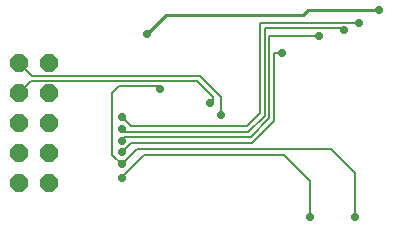
<source format=gbl>
G04 EAGLE Gerber RS-274X export*
G75*
%MOMM*%
%FSLAX34Y34*%
%LPD*%
%INBottom Copper*%
%IPPOS*%
%AMOC8*
5,1,8,0,0,1.08239X$1,22.5*%
G01*
%ADD10P,1.640903X8X112.500000*%
%ADD11P,0.703554X8X22.500000*%
%ADD12C,0.254000*%
%ADD13C,0.152400*%


D10*
X14970Y56970D03*
X40370Y56970D03*
X14970Y82370D03*
X40370Y82370D03*
X14970Y107770D03*
X40370Y107770D03*
X14970Y133170D03*
X40370Y133170D03*
X14970Y158570D03*
X40370Y158570D03*
D11*
X320000Y204000D03*
X123000Y183000D03*
D12*
X139000Y199000D01*
X260000Y204000D02*
X320000Y204000D01*
X260000Y204000D02*
X255000Y199000D01*
X139000Y199000D01*
D11*
X177000Y125000D03*
D13*
X179000Y127000D01*
X179000Y130000D01*
X165524Y143476D01*
X25276Y143476D02*
X14970Y133170D01*
X25276Y143476D02*
X165524Y143476D01*
D11*
X186000Y115000D03*
D13*
X186000Y130000D01*
X168000Y148000D01*
X25540Y148000D02*
X14970Y158570D01*
X25540Y148000D02*
X168000Y148000D01*
D11*
X102000Y73000D03*
D13*
X115000Y86000D01*
D11*
X299000Y28000D03*
D13*
X299000Y66000D01*
X279000Y86000D01*
X115000Y86000D01*
X102000Y73000D02*
X94000Y81000D01*
X94000Y133000D01*
X100000Y139000D01*
X132000Y139000D01*
X134000Y137000D01*
D11*
X134000Y137000D03*
X102000Y113000D03*
D13*
X219000Y193000D02*
X303000Y193000D01*
D11*
X303000Y193000D03*
D13*
X110000Y105000D02*
X102000Y113000D01*
X110000Y105000D02*
X208000Y105000D01*
X219000Y116000D01*
X219000Y193000D01*
D11*
X102000Y103000D03*
X290000Y187000D03*
D13*
X105000Y100000D02*
X102000Y103000D01*
X105000Y100000D02*
X209000Y100000D01*
X290000Y187000D02*
X290000Y188000D01*
X223000Y188000D01*
X223000Y114000D02*
X209000Y100000D01*
X223000Y114000D02*
X223000Y188000D01*
D11*
X102000Y93000D03*
D13*
X105000Y96000D01*
X211000Y96000D01*
D11*
X269000Y182000D03*
D13*
X227000Y182000D01*
X227000Y112000D02*
X211000Y96000D01*
X227000Y112000D02*
X227000Y182000D01*
D11*
X102000Y83000D03*
D13*
X231000Y167000D02*
X238000Y167000D01*
X231000Y167000D02*
X231000Y110000D01*
D11*
X238000Y167000D03*
D13*
X110000Y91000D02*
X102000Y83000D01*
X110000Y91000D02*
X212000Y91000D01*
X231000Y110000D01*
D11*
X261000Y28000D03*
D13*
X261000Y59000D01*
X239000Y81000D01*
X121000Y81000D01*
X102000Y62000D02*
X102000Y61000D01*
X102000Y62000D02*
X121000Y81000D01*
D11*
X102000Y61000D03*
M02*

</source>
